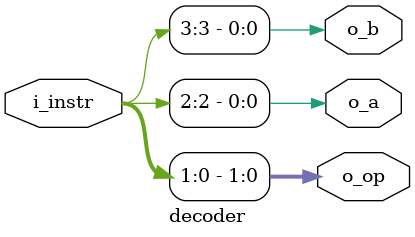
<source format=sv>
module decoder (
  input logic [3:0] i_instr,
  output logic [1:0] o_op,
  output logic  o_a,
  output logic  o_b
);
        assign o_op = i_instr[1:0];
        assign o_a = i_instr[2];
        assign o_b = i_instr[3];
endmodule

</source>
